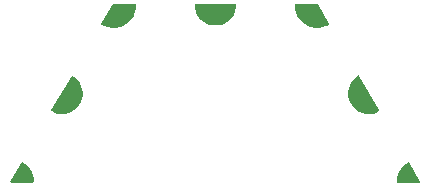
<source format=gbr>
G04 EAGLE Gerber RS-274X export*
G75*
%MOMM*%
%FSLAX34Y34*%
%LPD*%
%INSoldermask Bottom*%
%IPPOS*%
%AMOC8*
5,1,8,0,0,1.08239X$1,22.5*%
G01*
%ADD10C,1.101600*%

G36*
X1438Y133074D02*
X1438Y133074D01*
X1486Y133074D01*
X4255Y133536D01*
X4288Y133548D01*
X4335Y133556D01*
X6991Y134468D01*
X7021Y134485D01*
X7066Y134501D01*
X9536Y135837D01*
X9562Y135859D01*
X9605Y135882D01*
X11820Y137607D01*
X11843Y137633D01*
X11881Y137663D01*
X13783Y139728D01*
X13801Y139758D01*
X13833Y139793D01*
X15369Y142144D01*
X15382Y142176D01*
X15408Y142216D01*
X16536Y144788D01*
X16543Y144821D01*
X16563Y144866D01*
X17252Y147587D01*
X17254Y147622D01*
X17266Y147669D01*
X17498Y150467D01*
X17494Y150496D01*
X17499Y150525D01*
X17483Y150594D01*
X17474Y150664D01*
X17460Y150690D01*
X17453Y150718D01*
X17411Y150775D01*
X17376Y150837D01*
X17352Y150855D01*
X17335Y150878D01*
X17274Y150914D01*
X17217Y150957D01*
X17189Y150965D01*
X17164Y150980D01*
X17066Y150996D01*
X17025Y151007D01*
X17014Y151005D01*
X17000Y151007D01*
X-17000Y151007D01*
X-17029Y151001D01*
X-17058Y151004D01*
X-17125Y150982D01*
X-17195Y150968D01*
X-17219Y150951D01*
X-17247Y150942D01*
X-17300Y150895D01*
X-17359Y150855D01*
X-17375Y150831D01*
X-17397Y150811D01*
X-17428Y150747D01*
X-17466Y150688D01*
X-17471Y150659D01*
X-17483Y150633D01*
X-17492Y150533D01*
X-17499Y150491D01*
X-17496Y150481D01*
X-17498Y150467D01*
X-17266Y147669D01*
X-17256Y147635D01*
X-17252Y147587D01*
X-16563Y144866D01*
X-16548Y144834D01*
X-16536Y144788D01*
X-15408Y142216D01*
X-15388Y142188D01*
X-15369Y142144D01*
X-13833Y139793D01*
X-13809Y139769D01*
X-13783Y139728D01*
X-11881Y137663D01*
X-11853Y137642D01*
X-11820Y137607D01*
X-9605Y135882D01*
X-9574Y135867D01*
X-9536Y135837D01*
X-7066Y134501D01*
X-7033Y134491D01*
X-6991Y134468D01*
X-4335Y133556D01*
X-4301Y133552D01*
X-4255Y133536D01*
X-1486Y133074D01*
X-1451Y133075D01*
X-1404Y133067D01*
X1404Y133067D01*
X1438Y133074D01*
G37*
G36*
X130386Y58041D02*
X130386Y58041D01*
X130434Y58038D01*
X133222Y58348D01*
X133255Y58359D01*
X133303Y58364D01*
X136001Y59129D01*
X136031Y59145D01*
X136078Y59158D01*
X138613Y60357D01*
X138637Y60374D01*
X138664Y60384D01*
X138716Y60433D01*
X138773Y60476D01*
X138787Y60501D01*
X138809Y60521D01*
X138837Y60586D01*
X138873Y60648D01*
X138876Y60676D01*
X138888Y60703D01*
X138889Y60774D01*
X138898Y60845D01*
X138890Y60873D01*
X138890Y60902D01*
X138856Y60995D01*
X138844Y61036D01*
X138837Y61045D01*
X138832Y61058D01*
X121832Y90458D01*
X121813Y90480D01*
X121800Y90506D01*
X121747Y90554D01*
X121700Y90607D01*
X121674Y90619D01*
X121652Y90639D01*
X121585Y90662D01*
X121521Y90692D01*
X121492Y90694D01*
X121464Y90703D01*
X121393Y90698D01*
X121322Y90701D01*
X121295Y90691D01*
X121266Y90689D01*
X121176Y90647D01*
X121136Y90632D01*
X121128Y90624D01*
X121115Y90618D01*
X118812Y89019D01*
X118788Y88994D01*
X118748Y88966D01*
X116739Y87009D01*
X116720Y86980D01*
X116685Y86947D01*
X115026Y84686D01*
X115011Y84655D01*
X114982Y84616D01*
X113718Y82113D01*
X113709Y82079D01*
X113687Y82036D01*
X112851Y79359D01*
X112848Y79325D01*
X112833Y79279D01*
X112450Y76500D01*
X112452Y76466D01*
X112446Y76418D01*
X112525Y73615D01*
X112533Y73581D01*
X112534Y73533D01*
X113073Y70781D01*
X113087Y70749D01*
X113096Y70701D01*
X114081Y68076D01*
X114099Y68046D01*
X114116Y68001D01*
X115520Y65573D01*
X115543Y65547D01*
X115567Y65506D01*
X117351Y63342D01*
X117378Y63320D01*
X117409Y63283D01*
X119525Y61442D01*
X119555Y61425D01*
X119591Y61394D01*
X121982Y59926D01*
X122014Y59915D01*
X122055Y59889D01*
X124654Y58836D01*
X124688Y58829D01*
X124733Y58811D01*
X127470Y58200D01*
X127505Y58199D01*
X127552Y58188D01*
X130352Y58036D01*
X130386Y58041D01*
G37*
G36*
X-127552Y58188D02*
X-127552Y58188D01*
X-127518Y58197D01*
X-127470Y58200D01*
X-124733Y58811D01*
X-124701Y58825D01*
X-124654Y58836D01*
X-122055Y59889D01*
X-122026Y59908D01*
X-121982Y59926D01*
X-119591Y61394D01*
X-119566Y61417D01*
X-119525Y61442D01*
X-117409Y63283D01*
X-117388Y63310D01*
X-117351Y63342D01*
X-115567Y65506D01*
X-115551Y65536D01*
X-115520Y65573D01*
X-114116Y68001D01*
X-114105Y68034D01*
X-114081Y68076D01*
X-113096Y70701D01*
X-113090Y70736D01*
X-113073Y70781D01*
X-112534Y73533D01*
X-112534Y73568D01*
X-112525Y73615D01*
X-112446Y76418D01*
X-112452Y76452D01*
X-112450Y76500D01*
X-112833Y79279D01*
X-112845Y79311D01*
X-112851Y79359D01*
X-113687Y82036D01*
X-113704Y82067D01*
X-113718Y82113D01*
X-114982Y84616D01*
X-115004Y84643D01*
X-115026Y84686D01*
X-116685Y86947D01*
X-116711Y86970D01*
X-116739Y87009D01*
X-118748Y88966D01*
X-118777Y88985D01*
X-118812Y89019D01*
X-121115Y90618D01*
X-121142Y90630D01*
X-121165Y90648D01*
X-121233Y90669D01*
X-121298Y90697D01*
X-121327Y90697D01*
X-121355Y90705D01*
X-121426Y90697D01*
X-121497Y90698D01*
X-121524Y90687D01*
X-121553Y90683D01*
X-121615Y90649D01*
X-121680Y90621D01*
X-121701Y90600D01*
X-121726Y90586D01*
X-121789Y90510D01*
X-121819Y90479D01*
X-121823Y90469D01*
X-121832Y90458D01*
X-138832Y61058D01*
X-138841Y61030D01*
X-138858Y61006D01*
X-138873Y60937D01*
X-138895Y60869D01*
X-138893Y60840D01*
X-138899Y60812D01*
X-138886Y60742D01*
X-138880Y60671D01*
X-138867Y60645D01*
X-138861Y60617D01*
X-138821Y60558D01*
X-138789Y60495D01*
X-138766Y60476D01*
X-138750Y60452D01*
X-138668Y60395D01*
X-138635Y60368D01*
X-138625Y60365D01*
X-138613Y60357D01*
X-136078Y59158D01*
X-136044Y59150D01*
X-136001Y59129D01*
X-133303Y58364D01*
X-133268Y58362D01*
X-133222Y58348D01*
X-130434Y58038D01*
X-130400Y58041D01*
X-130352Y58036D01*
X-127552Y58188D01*
G37*
G36*
X87369Y130993D02*
X87369Y130993D01*
X87416Y130991D01*
X90454Y131356D01*
X90486Y131367D01*
X90532Y131372D01*
X93472Y132220D01*
X93502Y132236D01*
X93548Y132248D01*
X96314Y133557D01*
X96336Y133574D01*
X96363Y133584D01*
X96415Y133633D01*
X96473Y133676D01*
X96487Y133701D01*
X96508Y133720D01*
X96537Y133786D01*
X96573Y133848D01*
X96576Y133876D01*
X96588Y133902D01*
X96589Y133974D01*
X96598Y134045D01*
X96590Y134072D01*
X96591Y134101D01*
X96555Y134196D01*
X96544Y134236D01*
X96537Y134245D01*
X96533Y134257D01*
X87033Y150757D01*
X86981Y150816D01*
X86935Y150878D01*
X86916Y150889D01*
X86901Y150906D01*
X86831Y150940D01*
X86764Y150980D01*
X86740Y150984D01*
X86722Y150992D01*
X86677Y150994D01*
X86600Y151007D01*
X67600Y151007D01*
X67572Y151002D01*
X67544Y151004D01*
X67476Y150982D01*
X67405Y150968D01*
X67382Y150952D01*
X67355Y150943D01*
X67300Y150896D01*
X67241Y150855D01*
X67226Y150831D01*
X67205Y150813D01*
X67173Y150748D01*
X67134Y150688D01*
X67129Y150660D01*
X67117Y150634D01*
X67108Y150533D01*
X67101Y150491D01*
X67103Y150481D01*
X67102Y150468D01*
X67345Y147418D01*
X67354Y147386D01*
X67358Y147339D01*
X68086Y144367D01*
X68101Y144336D01*
X68112Y144291D01*
X69308Y141474D01*
X69327Y141446D01*
X69345Y141403D01*
X70977Y138815D01*
X71001Y138791D01*
X71025Y138751D01*
X73052Y136458D01*
X73079Y136438D01*
X73110Y136402D01*
X75478Y134464D01*
X75508Y134448D01*
X75544Y134419D01*
X78192Y132886D01*
X78224Y132875D01*
X78264Y132851D01*
X81124Y131763D01*
X81157Y131757D01*
X81201Y131740D01*
X84198Y131124D01*
X84232Y131124D01*
X84278Y131115D01*
X87335Y130988D01*
X87369Y130993D01*
G37*
G36*
X-84278Y131115D02*
X-84278Y131115D01*
X-84245Y131123D01*
X-84198Y131124D01*
X-81201Y131740D01*
X-81170Y131753D01*
X-81124Y131763D01*
X-78264Y132851D01*
X-78236Y132869D01*
X-78192Y132886D01*
X-75544Y134419D01*
X-75518Y134441D01*
X-75478Y134464D01*
X-73110Y136402D01*
X-73088Y136429D01*
X-73052Y136458D01*
X-71025Y138751D01*
X-71009Y138780D01*
X-70977Y138815D01*
X-69345Y141403D01*
X-69333Y141435D01*
X-69308Y141474D01*
X-68112Y144291D01*
X-68105Y144324D01*
X-68086Y144367D01*
X-67358Y147339D01*
X-67356Y147373D01*
X-67345Y147418D01*
X-67102Y150468D01*
X-67106Y150497D01*
X-67101Y150525D01*
X-67118Y150594D01*
X-67126Y150666D01*
X-67141Y150690D01*
X-67147Y150718D01*
X-67190Y150776D01*
X-67226Y150838D01*
X-67248Y150855D01*
X-67265Y150878D01*
X-67327Y150915D01*
X-67384Y150958D01*
X-67412Y150965D01*
X-67436Y150980D01*
X-67536Y150996D01*
X-67577Y151007D01*
X-67587Y151005D01*
X-67600Y151007D01*
X-86600Y151007D01*
X-86676Y150992D01*
X-86754Y150983D01*
X-86773Y150972D01*
X-86795Y150968D01*
X-86859Y150924D01*
X-86927Y150885D01*
X-86943Y150866D01*
X-86959Y150855D01*
X-86983Y150817D01*
X-87033Y150757D01*
X-96533Y134257D01*
X-96542Y134230D01*
X-96558Y134206D01*
X-96573Y134136D01*
X-96596Y134068D01*
X-96593Y134040D01*
X-96599Y134012D01*
X-96586Y133942D01*
X-96580Y133870D01*
X-96567Y133845D01*
X-96561Y133817D01*
X-96521Y133757D01*
X-96488Y133694D01*
X-96466Y133676D01*
X-96450Y133652D01*
X-96367Y133594D01*
X-96335Y133567D01*
X-96324Y133564D01*
X-96314Y133557D01*
X-93548Y132248D01*
X-93515Y132240D01*
X-93472Y132220D01*
X-90532Y131372D01*
X-90498Y131369D01*
X-90454Y131356D01*
X-87416Y130991D01*
X-87382Y130994D01*
X-87335Y130988D01*
X-84278Y131115D01*
G37*
G36*
X173238Y16D02*
X173238Y16D01*
X173277Y15D01*
X173335Y36D01*
X173395Y48D01*
X173427Y70D01*
X173463Y84D01*
X173508Y126D01*
X173559Y161D01*
X173580Y193D01*
X173608Y220D01*
X173633Y277D01*
X173666Y328D01*
X173672Y367D01*
X173688Y402D01*
X173689Y464D01*
X173699Y524D01*
X173690Y562D01*
X173691Y601D01*
X173663Y674D01*
X173653Y718D01*
X173641Y734D01*
X173633Y757D01*
X164133Y17257D01*
X164114Y17279D01*
X164101Y17305D01*
X164053Y17349D01*
X164049Y17353D01*
X164046Y17355D01*
X164001Y17406D01*
X163975Y17419D01*
X163954Y17438D01*
X163886Y17461D01*
X163822Y17492D01*
X163793Y17494D01*
X163766Y17503D01*
X163695Y17498D01*
X163623Y17501D01*
X163596Y17491D01*
X163567Y17489D01*
X163477Y17447D01*
X163437Y17432D01*
X163429Y17425D01*
X163416Y17419D01*
X161082Y15808D01*
X161060Y15785D01*
X161024Y15761D01*
X158955Y13820D01*
X158936Y13794D01*
X158904Y13765D01*
X157148Y11537D01*
X157134Y11509D01*
X157106Y11475D01*
X155702Y9011D01*
X155692Y8980D01*
X155670Y8943D01*
X154648Y6297D01*
X154643Y6265D01*
X154627Y6225D01*
X154011Y3456D01*
X154010Y3425D01*
X154000Y3383D01*
X153804Y553D01*
X153807Y527D01*
X153803Y502D01*
X153820Y429D01*
X153830Y355D01*
X153843Y333D01*
X153849Y308D01*
X153893Y248D01*
X153931Y184D01*
X153951Y169D01*
X153967Y148D01*
X154031Y110D01*
X154091Y66D01*
X154116Y60D01*
X154138Y47D01*
X154246Y28D01*
X154284Y19D01*
X154292Y20D01*
X154302Y19D01*
X173200Y9D01*
X173238Y16D01*
G37*
G36*
X-154302Y19D02*
X-154302Y19D01*
X-154277Y24D01*
X-154251Y21D01*
X-154180Y44D01*
X-154107Y58D01*
X-154086Y73D01*
X-154061Y81D01*
X-154004Y129D01*
X-153943Y171D01*
X-153929Y193D01*
X-153910Y209D01*
X-153876Y276D01*
X-153836Y339D01*
X-153832Y364D01*
X-153820Y387D01*
X-153809Y497D01*
X-153803Y535D01*
X-153805Y543D01*
X-153804Y553D01*
X-154000Y3383D01*
X-154009Y3413D01*
X-154011Y3456D01*
X-154627Y6225D01*
X-154640Y6255D01*
X-154648Y6297D01*
X-155670Y8943D01*
X-155687Y8970D01*
X-155702Y9011D01*
X-157106Y11475D01*
X-157127Y11499D01*
X-157148Y11537D01*
X-158904Y13765D01*
X-158929Y13786D01*
X-158955Y13820D01*
X-161024Y15761D01*
X-161051Y15778D01*
X-161082Y15808D01*
X-163416Y17419D01*
X-163443Y17430D01*
X-163465Y17449D01*
X-163534Y17469D01*
X-163599Y17497D01*
X-163628Y17497D01*
X-163656Y17505D01*
X-163727Y17497D01*
X-163798Y17498D01*
X-163825Y17486D01*
X-163854Y17483D01*
X-163916Y17448D01*
X-163981Y17420D01*
X-164002Y17400D01*
X-164027Y17385D01*
X-164071Y17332D01*
X-164073Y17330D01*
X-164076Y17326D01*
X-164091Y17308D01*
X-164120Y17278D01*
X-164124Y17268D01*
X-164133Y17257D01*
X-173633Y757D01*
X-173645Y720D01*
X-173666Y687D01*
X-173676Y627D01*
X-173696Y568D01*
X-173693Y530D01*
X-173699Y491D01*
X-173685Y431D01*
X-173680Y370D01*
X-173662Y336D01*
X-173653Y298D01*
X-173616Y248D01*
X-173588Y194D01*
X-173558Y169D01*
X-173535Y138D01*
X-173482Y106D01*
X-173435Y67D01*
X-173397Y56D01*
X-173364Y36D01*
X-173287Y23D01*
X-173244Y11D01*
X-173224Y13D01*
X-173200Y9D01*
X-154302Y19D01*
G37*
D10*
X82600Y143608D03*
X161898Y6858D03*
X-162152Y7112D03*
X-82600Y143608D03*
X123900Y72008D03*
X-123900Y72008D03*
X0Y143608D03*
M02*

</source>
